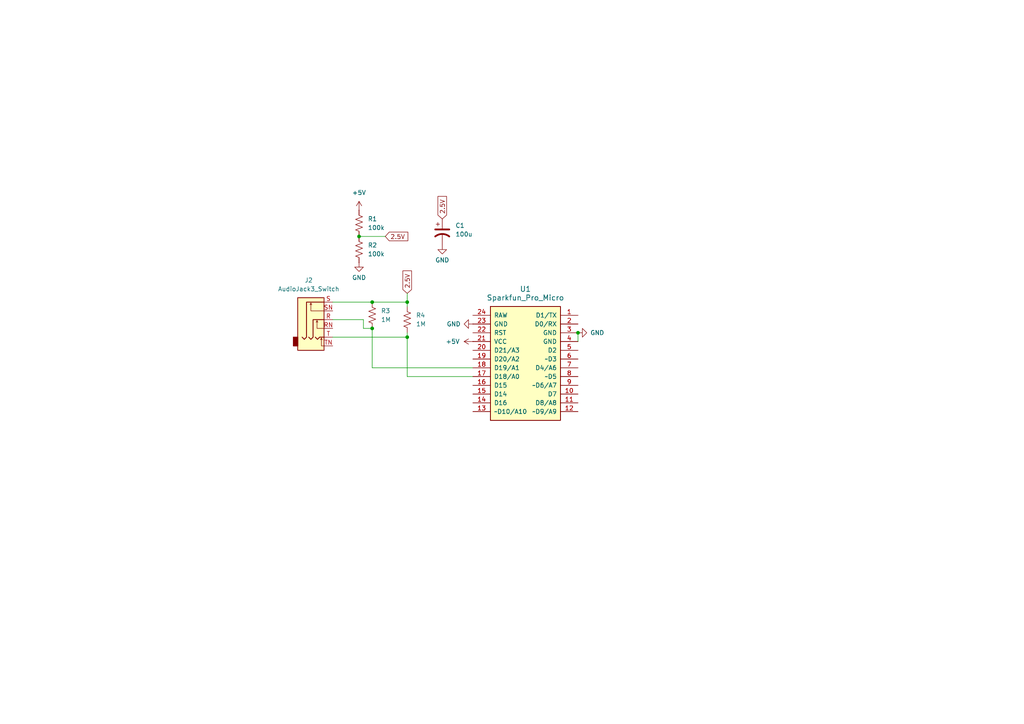
<source format=kicad_sch>
(kicad_sch (version 20250114) (generator "eeschema") (generator_version "9.0")
  (paper "A4")
  (lib_symbols
    (symbol "Arduino:Sparkfun_Pro_Micro" (pin_names (offset 1.016))
      (property "Reference" "U" (at -8.89 21.59 0))
      (property "Value" "Sparkfun_Pro_Micro" (at 0 19.05 0))
      (symbol "Sparkfun_Pro_Micro_0_1"
        (rectangle (start -10.16 17.78) (end 10.16 -15.24) (stroke (width 0.254)) (fill (type background)))
      )
      (symbol "Sparkfun_Pro_Micro_1_1"
        (pin bidirectional line (at -15.24 15.24 0) (length 5.08) (name "D1/TX") (number "1"))
        (pin bidirectional line (at -15.24 12.7 0) (length 5.08) (name "D0/RX") (number "2"))
        (pin power_in line (at -15.24 10.16 0) (length 5.08) (name "GND") (number "3"))
        (pin power_in line (at -15.24 7.62 0) (length 5.08) (name "GND") (number "4"))
        (pin bidirectional line (at -15.24 5.08 0) (length 5.08) (name "D2") (number "5"))
        (pin bidirectional line (at -15.24 2.54 0) (length 5.08) (name "~D3") (number "6"))
        (pin bidirectional line (at -15.24 0 0) (length 5.08) (name "D4/A6") (number "7"))
        (pin bidirectional line (at -15.24 -2.54 0) (length 5.08) (name "~D5") (number "8"))
        (pin bidirectional line (at -15.24 -5.08 0) (length 5.08) (name "~D6/A7") (number "9"))
        (pin bidirectional line (at -15.24 -7.62 0) (length 5.08) (name "D7") (number "10"))
        (pin bidirectional line (at -15.24 -10.16 0) (length 5.08) (name "D8/A8") (number "11"))
        (pin bidirectional line (at -15.24 -12.7 0) (length 5.08) (name "~D9/A9") (number "12"))
        (pin power_in line (at 15.24 15.24 180) (length 5.08) (name "RAW") (number "24"))
        (pin power_in line (at 15.24 12.7 180) (length 5.08) (name "GND") (number "23"))
        (pin input line (at 15.24 10.16 180) (length 5.08) (name "RST") (number "22"))
        (pin power_in line (at 15.24 7.62 180) (length 5.08) (name "VCC") (number "21"))
        (pin bidirectional line (at 15.24 5.08 180) (length 5.08) (name "D21/A3") (number "20"))
        (pin bidirectional line (at 15.24 2.54 180) (length 5.08) (name "D20/A2") (number "19"))
        (pin bidirectional line (at 15.24 0 180) (length 5.08) (name "D19/A1") (number "18"))
        (pin bidirectional line (at 15.24 -2.54 180) (length 5.08) (name "D18/A0") (number "17"))
        (pin bidirectional line (at 15.24 -5.08 180) (length 5.08) (name "D15") (number "16"))
        (pin bidirectional line (at 15.24 -7.62 180) (length 5.08) (name "D14") (number "15"))
        (pin bidirectional line (at 15.24 -10.16 180) (length 5.08) (name "D16") (number "14"))
        (pin bidirectional line (at 15.24 -12.7 180) (length 5.08) (name "~D10/A10") (number "13"))
      )
    )
    (symbol "Connector_Audio:AudioJack3_Switch"
      (property "Reference" "J" (at 0 11.43 0))
      (property "Value" "AudioJack3_Switch" (at 0 8.89 0))
      (symbol "AudioJack3_Switch_0_1"
        (rectangle (start -5.08 -5.08) (end -6.35 -7.62) (stroke (width 0.254)) (fill (type outline)))
        (polyline (pts (xy -1.905 -5.08) (xy -1.27 -5.715) (xy -0.635 -5.08) (xy -0.635 0) (xy 2.54 0)) (stroke (width 0.254)))
        (polyline (pts (xy -1.27 4.826) (xy -1.016 4.318)))
        (polyline (pts (xy 0 -5.08) (xy 0.635 -5.715) (xy 1.27 -5.08) (xy 2.54 -5.08)) (stroke (width 0.254)))
        (polyline (pts (xy 0.508 -0.254) (xy 0.762 -0.762)))
        (polyline (pts (xy 1.778 -5.334) (xy 2.032 -5.842)))
        (rectangle (start 2.54 6.35) (end -5.08 -8.89) (stroke (width 0.254)) (fill (type background)))
        (polyline (pts (xy 2.54 5.08) (xy -2.54 5.08) (xy -2.54 -5.08) (xy -3.175 -5.715) (xy -3.81 -5.08)) (stroke (width 0.254)))
        (polyline (pts (xy 2.54 2.54) (xy -1.27 2.54) (xy -1.27 4.826) (xy -1.524 4.318)))
        (polyline (pts (xy 2.54 -2.54) (xy 0.508 -2.54) (xy 0.508 -0.254) (xy 0.254 -0.762)))
        (polyline (pts (xy 2.54 -7.62) (xy 1.778 -7.62) (xy 1.778 -5.334) (xy 1.524 -5.842)))
      )
      (symbol "AudioJack3_Switch_1_1"
        (pin passive line (at 5.08 5.08 180) (length 2.54) (name "~") (number "S"))
        (pin passive line (at 5.08 2.54 180) (length 2.54) (name "~") (number "SN"))
        (pin passive line (at 5.08 0 180) (length 2.54) (name "~") (number "R"))
        (pin passive line (at 5.08 -2.54 180) (length 2.54) (name "~") (number "RN"))
        (pin passive line (at 5.08 -5.08 180) (length 2.54) (name "~") (number "T"))
        (pin passive line (at 5.08 -7.62 180) (length 2.54) (name "~") (number "TN"))
      )
    )
    (symbol "Device:C_Polarized_US" (pin_numbers (hide yes)) (pin_names (offset 0.254) (hide yes))
      (property "Reference" "C" (at 0.635 2.54 0))
      (property "Value" "C_Polarized_US" (at 0.635 -2.54 0))
      (symbol "C_Polarized_US_0_1"
        (polyline (pts (xy -2.032 0.762) (xy 2.032 0.762)) (stroke (width 0.508)))
        (polyline (pts (xy -1.778 2.286) (xy -0.762 2.286)))
        (polyline (pts (xy -1.27 1.778) (xy -1.27 2.794)))
        (arc (start -2.032 -1.27) (mid 0 -0.5572) (end 2.032 -1.27) (stroke (width 0.508)))
      )
      (symbol "C_Polarized_US_1_1"
        (pin passive line (at 0 3.81 270) (length 2.794) (name "~") (number "1"))
        (pin passive line (at 0 -3.81 90) (length 3.302) (name "~") (number "2"))
      )
    )
    (symbol "Device:R_US" (pin_numbers (hide yes)) (pin_names (offset 0))
      (property "Reference" "R" (at 2.54 0 90))
      (property "Value" "R_US" (at -2.54 0 90))
      (symbol "R_US_0_1"
        (polyline (pts (xy 0 2.286) (xy 0 2.54)))
        (polyline (pts (xy 0 2.286) (xy 1.016 1.905) (xy 0 1.524) (xy -1.016 1.143) (xy 0 0.762)))
        (polyline (pts (xy 0 0.762) (xy 1.016 0.381) (xy 0 0) (xy -1.016 -0.381) (xy 0 -0.762)))
        (polyline (pts (xy 0 -0.762) (xy 1.016 -1.143) (xy 0 -1.524) (xy -1.016 -1.905) (xy 0 -2.286)))
        (polyline (pts (xy 0 -2.286) (xy 0 -2.54)))
      )
      (symbol "R_US_1_1"
        (pin passive line (at 0 3.81 270) (length 1.27) (name "~") (number "1"))
        (pin passive line (at 0 -3.81 90) (length 1.27) (name "~") (number "2"))
      )
    )
    (symbol "power:+5V" (power) (pin_numbers (hide yes)) (pin_names (offset 0) (hide yes))
      (property "Value" "+5V" (at 0 3.556 0))
      (symbol "+5V_0_1"
        (polyline (pts (xy -0.762 1.27) (xy 0 2.54)))
        (polyline (pts (xy 0 2.54) (xy 0.762 1.27)))
        (polyline (pts (xy 0 0) (xy 0 2.54)))
      )
      (symbol "+5V_1_1"
        (pin power_in line (at 0 0 90) (length 0) (name "~") (number "1"))
      )
    )
    (symbol "power:GND" (power) (pin_numbers (hide yes)) (pin_names (offset 0) (hide yes))
      (property "Value" "GND" (at 0 -3.81 0))
      (symbol "GND_0_1"
        (polyline (pts (xy 0 0) (xy 0 -1.27) (xy 1.27 -1.27) (xy 0 -2.54) (xy -1.27 -1.27) (xy 0 -1.27)))
      )
      (symbol "GND_1_1"
        (pin power_in line (at 0 0 270) (length 0) (name "~") (number "1"))
      )
    )
  )
  (junction (at 118.11 97.79))
  (junction (at 107.95 87.63))
  (junction (at 104.14 68.58))
  (junction (at 167.64 96.52))
  (junction (at 107.95 95.25))
  (junction (at 118.11 87.63))
  (wire (pts (xy 105.41 92.71) (xy 105.41 95.25)))
  (wire (pts (xy 118.11 109.22) (xy 137.16 109.22)))
  (wire (pts (xy 96.52 87.63) (xy 107.95 87.63)))
  (wire (pts (xy 107.95 95.25) (xy 107.95 106.68)))
  (wire (pts (xy 118.11 97.79) (xy 118.11 109.22)))
  (wire (pts (xy 118.11 85.09) (xy 118.11 87.63)))
  (wire (pts (xy 105.41 95.25) (xy 107.95 95.25)))
  (wire (pts (xy 104.14 68.58) (xy 111.76 68.58)))
  (wire (pts (xy 118.11 96.52) (xy 118.11 97.79)))
  (wire (pts (xy 118.11 88.9) (xy 118.11 87.63)))
  (wire (pts (xy 118.11 87.63) (xy 107.95 87.63)))
  (wire (pts (xy 96.52 92.71) (xy 105.41 92.71)))
  (wire (pts (xy 167.64 96.52) (xy 167.64 99.06)))
  (wire (pts (xy 107.95 106.68) (xy 137.16 106.68)))
  (wire (pts (xy 96.52 97.79) (xy 118.11 97.79)))
  (global_label "2.5V" (shape input) (at 118.11 85.09 90) (property "Intersheetrefs" "${INTERSHEET_REFS}" (effects (hide yes))))
  (global_label "2.5V" (shape input) (at 111.76 68.58 0) (property "Intersheetrefs" "${INTERSHEET_REFS}" (effects (hide yes))))
  (global_label "2.5V" (shape input) (at 128.27 63.5 90) (property "Intersheetrefs" "${INTERSHEET_REFS}" (effects (hide yes))))
  (symbol (lib_id "power:+5V") (at 137.16 99.06 90) (unit 1)
    (property "Reference" "#PWR02" (effects (hide yes)))
    (property "Value" "+5V" (at 133.35 99.0599 90) (effects (justify left)))
    (property "Description" "Power symbol creates a global label with name \"+5V\"" (effects (hide yes)))
  )
  (symbol (lib_id "Device:R_US") (at 104.14 64.77 180) (unit 1)
    (property "Reference" "R1" (at 106.68 63.4999 0) (effects (justify right)))
    (property "Value" "100k" (at 106.68 66.0399 0) (effects (justify right)))
    (property "Footprint" "Resistor_THT:R_Axial_DIN0207_L6.3mm_D2.5mm_P7.62mm_Horizontal" (effects (hide yes)))
    (property "Description" "Resistor, US symbol" (effects (hide yes)))
  )
  (symbol (lib_id "Device:R_US") (at 104.14 72.39 180) (unit 1)
    (property "Reference" "R2" (at 106.68 71.1199 0) (effects (justify right)))
    (property "Value" "100k" (at 106.68 73.6599 0) (effects (justify right)))
    (property "Footprint" "Resistor_THT:R_Axial_DIN0207_L6.3mm_D2.5mm_P7.62mm_Horizontal" (effects (hide yes)))
    (property "Description" "Resistor, US symbol" (effects (hide yes)))
  )
  (symbol (lib_id "power:GND") (at 104.14 76.2 0) (unit 1)
    (property "Reference" "#PWR08" (effects (hide yes)))
    (property "Value" "GND" (at 104.14 80.518 0))
    (property "Description" "Power symbol creates a global label with name \"GND\" , ground" (effects (hide yes)))
  )
  (symbol (lib_id "power:GND") (at 137.16 93.98 270) (unit 1)
    (property "Reference" "#PWR03" (effects (hide yes)))
    (property "Value" "GND" (at 131.572 93.98 90))
    (property "Description" "Power symbol creates a global label with name \"GND\" , ground" (effects (hide yes)))
  )
  (symbol (lib_id "Device:R_US") (at 118.11 92.71 0) (unit 1)
    (property "Reference" "R4" (at 120.65 91.4399 0) (effects (justify left)))
    (property "Value" "1M" (at 120.65 93.9799 0) (effects (justify left)))
    (property "Footprint" "Resistor_THT:R_Axial_DIN0207_L6.3mm_D2.5mm_P7.62mm_Horizontal" (effects (hide yes)))
    (property "Description" "Resistor, US symbol" (effects (hide yes)))
  )
  (symbol (lib_id "Arduino:Sparkfun_Pro_Micro") (at 152.4 106.68 0) (mirror y) (unit 1)
    (property "Reference" "U1" (at 152.4 83.82 0) (effects (font (size 1.524 1.524))))
    (property "Value" "Sparkfun_Pro_Micro" (at 152.4 86.36 0) (effects (font (size 1.524 1.524))))
    (property "Footprint" "footprints:Sparkfun_Pro_Micro" (effects (hide yes)))
  )
  (symbol (lib_id "Device:C_Polarized_US") (at 128.27 67.31 0) (unit 1)
    (property "Reference" "C1" (at 132.08 65.4049 0) (effects (justify left)))
    (property "Value" "100u" (at 132.08 67.9449 0) (effects (justify left)))
    (property "Footprint" "Capacitor_THT:CP_Radial_D6.3mm_P2.50mm" (effects (hide yes)))
    (property "Description" "Polarized capacitor, US symbol" (effects (hide yes)))
  )
  (symbol (lib_id "power:GND") (at 167.64 96.52 90) (unit 1)
    (property "Reference" "#PWR04" (effects (hide yes)))
    (property "Value" "GND" (at 173.228 96.52 90))
    (property "Description" "Power symbol creates a global label with name \"GND\" , ground" (effects (hide yes)))
  )
  (symbol (lib_id "Connector_Audio:AudioJack3_Switch") (at 91.44 92.71 0) (unit 1)
    (property "Reference" "J2" (at 89.535 81.28 0))
    (property "Value" "AudioJack3_Switch" (at 89.535 83.82 0))
    (property "Footprint" "Connector_Audio:Jack_6.35mm_Neutrik_NMJ6HFD2_Horizontal" (effects (hide yes)))
    (property "Description" "Audio Jack, 3 Poles (Stereo / TRS), Switched Poles (Normalling)" (effects (hide yes)))
  )
  (symbol (lib_id "power:GND") (at 128.27 71.12 0) (unit 1)
    (property "Reference" "#PWR09" (effects (hide yes)))
    (property "Value" "GND" (at 128.27 75.438 0))
    (property "Description" "Power symbol creates a global label with name \"GND\" , ground" (effects (hide yes)))
  )
  (symbol (lib_id "Device:R_US") (at 107.95 91.44 0) (unit 1)
    (property "Reference" "R3" (at 110.49 90.1699 0) (effects (justify left)))
    (property "Value" "1M" (at 110.49 92.7099 0) (effects (justify left)))
    (property "Footprint" "Resistor_THT:R_Axial_DIN0207_L6.3mm_D2.5mm_P7.62mm_Horizontal" (effects (hide yes)))
    (property "Description" "Resistor, US symbol" (effects (hide yes)))
  )
  (symbol (lib_id "power:+5V") (at 104.14 60.96 0) (unit 1)
    (property "Reference" "#PWR01" (effects (hide yes)))
    (property "Value" "+5V" (at 104.14 55.88 0))
    (property "Description" "Power symbol creates a global label with name \"+5V\"" (effects (hide yes)))
  )
)
</source>
